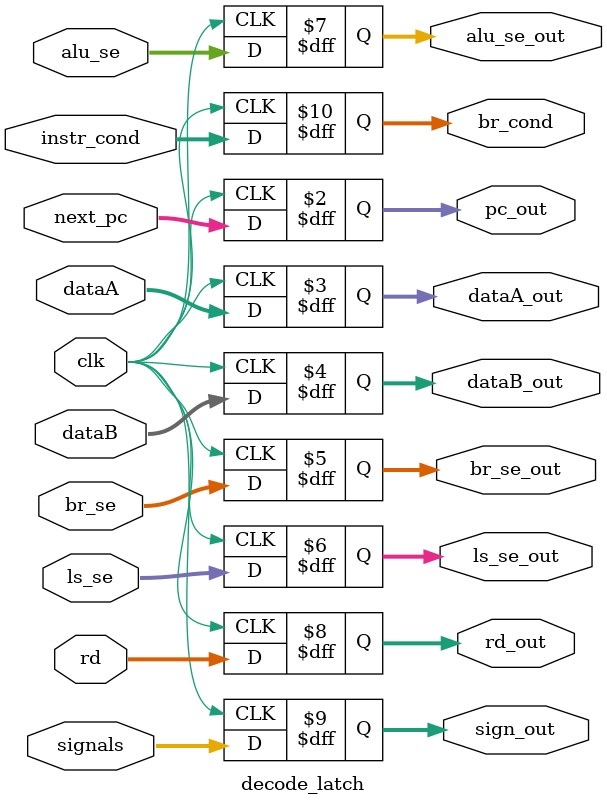
<source format=v>
`timescale 1ns / 1ps
module decode_latch(
//input control signals in the future
			input clk,
			input [31:0] next_pc,
			input [31:0] dataA, dataB,
			input [31:0] br_se,             //branch sign extended   
			input [31:0] ls_se,             //load / store sign extended
			input [31:0] alu_se,            // alu sign extended
			input [3:0]  rd,
			input [10:0] signals,
			input [3:0] instr_cond,
			//input [4:0]  rd, for immediate type
			output reg [31:0] pc_out,
			output reg [31:0] dataA_out, dataB_out,
			output reg [31:0] br_se_out,
			output reg [31:0] ls_se_out,
			output reg [31:0] alu_se_out,
			output reg [3:0] rd_out,
			output reg [10:0] sign_out,
			output reg [3:0] br_cond
					);
					
		always @ (posedge clk)
		begin
		pc_out <= next_pc;
		dataA_out <= dataA;
		dataB_out <= dataB;
		br_se_out <= br_se;
		ls_se_out <= ls_se;
		alu_se_out <= alu_se;
		rd_out <= rd;
		sign_out <= signals;
		br_cond <= instr_cond;
		end
endmodule
//still need to add control signals

</source>
